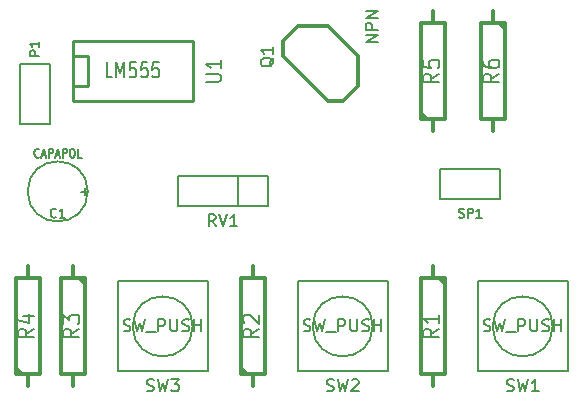
<source format=gto>
G04 (created by PCBNEW (22-Jun-2014 BZR 4027)-stable) date Fri 01 Jan 2016 12:19:58 PM EST*
%MOIN*%
G04 Gerber Fmt 3.4, Leading zero omitted, Abs format*
%FSLAX34Y34*%
G01*
G70*
G90*
G04 APERTURE LIST*
%ADD10C,0.00590551*%
%ADD11C,0.012*%
%ADD12C,0.005*%
%ADD13C,0.006*%
%ADD14C,0.01*%
%ADD15C,0.008*%
%ADD16C,0.0075*%
G04 APERTURE END LIST*
G54D10*
G54D11*
X56000Y-36500D02*
X57500Y-38000D01*
X57500Y-38000D02*
X58000Y-38000D01*
X58000Y-38000D02*
X58500Y-37500D01*
X58500Y-37500D02*
X58500Y-36500D01*
X58500Y-36500D02*
X57500Y-35500D01*
X57500Y-35500D02*
X56500Y-35500D01*
X56500Y-35500D02*
X56000Y-36000D01*
X56000Y-36000D02*
X56000Y-36500D01*
G54D12*
X65000Y-45500D02*
G75*
G03X65000Y-45500I-1000J0D01*
G74*
G01*
X62500Y-44000D02*
X65500Y-44000D01*
X65500Y-44000D02*
X65500Y-47000D01*
X65500Y-47000D02*
X62500Y-47000D01*
X62500Y-44000D02*
X62500Y-47000D01*
X59000Y-45500D02*
G75*
G03X59000Y-45500I-1000J0D01*
G74*
G01*
X59500Y-47000D02*
X56500Y-47000D01*
X56500Y-47000D02*
X56500Y-44000D01*
X56500Y-44000D02*
X59500Y-44000D01*
X59500Y-47000D02*
X59500Y-44000D01*
X53000Y-45500D02*
G75*
G03X53000Y-45500I-1000J0D01*
G74*
G01*
X50500Y-44000D02*
X53500Y-44000D01*
X53500Y-44000D02*
X53500Y-47000D01*
X53500Y-47000D02*
X50500Y-47000D01*
X50500Y-44000D02*
X50500Y-47000D01*
G54D11*
X61000Y-43500D02*
X61000Y-43900D01*
X61000Y-43900D02*
X61400Y-43900D01*
X61400Y-43900D02*
X61400Y-47100D01*
X61400Y-47100D02*
X60600Y-47100D01*
X60600Y-47100D02*
X60600Y-43900D01*
X60600Y-43900D02*
X61000Y-43900D01*
X61200Y-43900D02*
X61400Y-44100D01*
X61000Y-47500D02*
X61000Y-47100D01*
X55000Y-47500D02*
X55000Y-47100D01*
X55000Y-47100D02*
X54600Y-47100D01*
X54600Y-47100D02*
X54600Y-43900D01*
X54600Y-43900D02*
X55400Y-43900D01*
X55400Y-43900D02*
X55400Y-47100D01*
X55400Y-47100D02*
X55000Y-47100D01*
X54800Y-47100D02*
X54600Y-46900D01*
X55000Y-43500D02*
X55000Y-43900D01*
X49000Y-43500D02*
X49000Y-43900D01*
X49000Y-43900D02*
X49400Y-43900D01*
X49400Y-43900D02*
X49400Y-47100D01*
X49400Y-47100D02*
X48600Y-47100D01*
X48600Y-47100D02*
X48600Y-43900D01*
X48600Y-43900D02*
X49000Y-43900D01*
X49200Y-43900D02*
X49400Y-44100D01*
X49000Y-47500D02*
X49000Y-47100D01*
X47500Y-47500D02*
X47500Y-47100D01*
X47500Y-47100D02*
X47100Y-47100D01*
X47100Y-47100D02*
X47100Y-43900D01*
X47100Y-43900D02*
X47900Y-43900D01*
X47900Y-43900D02*
X47900Y-47100D01*
X47900Y-47100D02*
X47500Y-47100D01*
X47300Y-47100D02*
X47100Y-46900D01*
X47500Y-43500D02*
X47500Y-43900D01*
X61000Y-39000D02*
X61000Y-38600D01*
X61000Y-38600D02*
X60600Y-38600D01*
X60600Y-38600D02*
X60600Y-35400D01*
X60600Y-35400D02*
X61400Y-35400D01*
X61400Y-35400D02*
X61400Y-38600D01*
X61400Y-38600D02*
X61000Y-38600D01*
X60800Y-38600D02*
X60600Y-38400D01*
X61000Y-35000D02*
X61000Y-35400D01*
X63000Y-35000D02*
X63000Y-35400D01*
X63000Y-35400D02*
X63400Y-35400D01*
X63400Y-35400D02*
X63400Y-38600D01*
X63400Y-38600D02*
X62600Y-38600D01*
X62600Y-38600D02*
X62600Y-35400D01*
X62600Y-35400D02*
X63000Y-35400D01*
X63200Y-35400D02*
X63400Y-35600D01*
X63000Y-39000D02*
X63000Y-38600D01*
G54D13*
X55500Y-40500D02*
X55500Y-41500D01*
X55500Y-41500D02*
X52500Y-41500D01*
X52500Y-41500D02*
X52500Y-40500D01*
X52500Y-40500D02*
X55500Y-40500D01*
X54500Y-41500D02*
X54500Y-40500D01*
X63250Y-40250D02*
X63250Y-41250D01*
X63250Y-41250D02*
X61250Y-41250D01*
X61250Y-41250D02*
X61250Y-40250D01*
X61250Y-40250D02*
X63250Y-40250D01*
X47250Y-36750D02*
X48250Y-36750D01*
X48250Y-36750D02*
X48250Y-38750D01*
X48250Y-38750D02*
X47250Y-38750D01*
X47250Y-38750D02*
X47250Y-36750D01*
G54D14*
X49000Y-36500D02*
X49500Y-36500D01*
X49500Y-36500D02*
X49500Y-37500D01*
X49500Y-37500D02*
X49000Y-37500D01*
X49000Y-36000D02*
X53000Y-36000D01*
X53000Y-36000D02*
X53000Y-38000D01*
X53000Y-38000D02*
X49000Y-38000D01*
X49000Y-38000D02*
X49000Y-36000D01*
G54D12*
X49501Y-41000D02*
G75*
G03X49501Y-41000I-1001J0D01*
G74*
G01*
G54D15*
X55700Y-36538D02*
X55680Y-36576D01*
X55642Y-36614D01*
X55585Y-36671D01*
X55566Y-36709D01*
X55566Y-36747D01*
X55661Y-36728D02*
X55642Y-36766D01*
X55604Y-36804D01*
X55528Y-36823D01*
X55395Y-36823D01*
X55319Y-36804D01*
X55280Y-36766D01*
X55261Y-36728D01*
X55261Y-36652D01*
X55280Y-36614D01*
X55319Y-36576D01*
X55395Y-36557D01*
X55528Y-36557D01*
X55604Y-36576D01*
X55642Y-36614D01*
X55661Y-36652D01*
X55661Y-36728D01*
X55661Y-36176D02*
X55661Y-36404D01*
X55661Y-36290D02*
X55261Y-36290D01*
X55319Y-36328D01*
X55357Y-36366D01*
X55376Y-36404D01*
X59161Y-36023D02*
X58761Y-36023D01*
X59161Y-35795D01*
X58761Y-35795D01*
X59161Y-35604D02*
X58761Y-35604D01*
X58761Y-35452D01*
X58780Y-35414D01*
X58800Y-35395D01*
X58838Y-35376D01*
X58895Y-35376D01*
X58933Y-35395D01*
X58952Y-35414D01*
X58971Y-35452D01*
X58971Y-35604D01*
X59161Y-35204D02*
X58761Y-35204D01*
X59161Y-34976D01*
X58761Y-34976D01*
X63466Y-47642D02*
X63523Y-47661D01*
X63619Y-47661D01*
X63657Y-47642D01*
X63676Y-47623D01*
X63695Y-47585D01*
X63695Y-47547D01*
X63676Y-47509D01*
X63657Y-47490D01*
X63619Y-47471D01*
X63542Y-47452D01*
X63504Y-47433D01*
X63485Y-47414D01*
X63466Y-47376D01*
X63466Y-47338D01*
X63485Y-47300D01*
X63504Y-47280D01*
X63542Y-47261D01*
X63638Y-47261D01*
X63695Y-47280D01*
X63828Y-47261D02*
X63923Y-47661D01*
X64000Y-47376D01*
X64076Y-47661D01*
X64171Y-47261D01*
X64533Y-47661D02*
X64304Y-47661D01*
X64419Y-47661D02*
X64419Y-47261D01*
X64380Y-47319D01*
X64342Y-47357D01*
X64304Y-47376D01*
X62695Y-45642D02*
X62752Y-45661D01*
X62847Y-45661D01*
X62885Y-45642D01*
X62904Y-45623D01*
X62923Y-45585D01*
X62923Y-45547D01*
X62904Y-45509D01*
X62885Y-45490D01*
X62847Y-45471D01*
X62771Y-45452D01*
X62733Y-45433D01*
X62714Y-45414D01*
X62695Y-45376D01*
X62695Y-45338D01*
X62714Y-45300D01*
X62733Y-45280D01*
X62771Y-45261D01*
X62866Y-45261D01*
X62923Y-45280D01*
X63057Y-45261D02*
X63152Y-45661D01*
X63228Y-45376D01*
X63304Y-45661D01*
X63400Y-45261D01*
X63457Y-45700D02*
X63761Y-45700D01*
X63857Y-45661D02*
X63857Y-45261D01*
X64009Y-45261D01*
X64047Y-45280D01*
X64066Y-45300D01*
X64085Y-45338D01*
X64085Y-45395D01*
X64066Y-45433D01*
X64047Y-45452D01*
X64009Y-45471D01*
X63857Y-45471D01*
X64257Y-45261D02*
X64257Y-45585D01*
X64276Y-45623D01*
X64295Y-45642D01*
X64333Y-45661D01*
X64409Y-45661D01*
X64447Y-45642D01*
X64466Y-45623D01*
X64485Y-45585D01*
X64485Y-45261D01*
X64657Y-45642D02*
X64714Y-45661D01*
X64809Y-45661D01*
X64847Y-45642D01*
X64866Y-45623D01*
X64885Y-45585D01*
X64885Y-45547D01*
X64866Y-45509D01*
X64847Y-45490D01*
X64809Y-45471D01*
X64733Y-45452D01*
X64695Y-45433D01*
X64676Y-45414D01*
X64657Y-45376D01*
X64657Y-45338D01*
X64676Y-45300D01*
X64695Y-45280D01*
X64733Y-45261D01*
X64828Y-45261D01*
X64885Y-45280D01*
X65057Y-45661D02*
X65057Y-45261D01*
X65057Y-45452D02*
X65285Y-45452D01*
X65285Y-45661D02*
X65285Y-45261D01*
X57466Y-47642D02*
X57523Y-47661D01*
X57619Y-47661D01*
X57657Y-47642D01*
X57676Y-47623D01*
X57695Y-47585D01*
X57695Y-47547D01*
X57676Y-47509D01*
X57657Y-47490D01*
X57619Y-47471D01*
X57542Y-47452D01*
X57504Y-47433D01*
X57485Y-47414D01*
X57466Y-47376D01*
X57466Y-47338D01*
X57485Y-47300D01*
X57504Y-47280D01*
X57542Y-47261D01*
X57638Y-47261D01*
X57695Y-47280D01*
X57828Y-47261D02*
X57923Y-47661D01*
X58000Y-47376D01*
X58076Y-47661D01*
X58171Y-47261D01*
X58304Y-47300D02*
X58323Y-47280D01*
X58361Y-47261D01*
X58457Y-47261D01*
X58495Y-47280D01*
X58514Y-47300D01*
X58533Y-47338D01*
X58533Y-47376D01*
X58514Y-47433D01*
X58285Y-47661D01*
X58533Y-47661D01*
X56695Y-45642D02*
X56752Y-45661D01*
X56847Y-45661D01*
X56885Y-45642D01*
X56904Y-45623D01*
X56923Y-45585D01*
X56923Y-45547D01*
X56904Y-45509D01*
X56885Y-45490D01*
X56847Y-45471D01*
X56771Y-45452D01*
X56733Y-45433D01*
X56714Y-45414D01*
X56695Y-45376D01*
X56695Y-45338D01*
X56714Y-45300D01*
X56733Y-45280D01*
X56771Y-45261D01*
X56866Y-45261D01*
X56923Y-45280D01*
X57057Y-45261D02*
X57152Y-45661D01*
X57228Y-45376D01*
X57304Y-45661D01*
X57400Y-45261D01*
X57457Y-45700D02*
X57761Y-45700D01*
X57857Y-45661D02*
X57857Y-45261D01*
X58009Y-45261D01*
X58047Y-45280D01*
X58066Y-45300D01*
X58085Y-45338D01*
X58085Y-45395D01*
X58066Y-45433D01*
X58047Y-45452D01*
X58009Y-45471D01*
X57857Y-45471D01*
X58257Y-45261D02*
X58257Y-45585D01*
X58276Y-45623D01*
X58295Y-45642D01*
X58333Y-45661D01*
X58409Y-45661D01*
X58447Y-45642D01*
X58466Y-45623D01*
X58485Y-45585D01*
X58485Y-45261D01*
X58657Y-45642D02*
X58714Y-45661D01*
X58809Y-45661D01*
X58847Y-45642D01*
X58866Y-45623D01*
X58885Y-45585D01*
X58885Y-45547D01*
X58866Y-45509D01*
X58847Y-45490D01*
X58809Y-45471D01*
X58733Y-45452D01*
X58695Y-45433D01*
X58676Y-45414D01*
X58657Y-45376D01*
X58657Y-45338D01*
X58676Y-45300D01*
X58695Y-45280D01*
X58733Y-45261D01*
X58828Y-45261D01*
X58885Y-45280D01*
X59057Y-45661D02*
X59057Y-45261D01*
X59057Y-45452D02*
X59285Y-45452D01*
X59285Y-45661D02*
X59285Y-45261D01*
X51466Y-47642D02*
X51523Y-47661D01*
X51619Y-47661D01*
X51657Y-47642D01*
X51676Y-47623D01*
X51695Y-47585D01*
X51695Y-47547D01*
X51676Y-47509D01*
X51657Y-47490D01*
X51619Y-47471D01*
X51542Y-47452D01*
X51504Y-47433D01*
X51485Y-47414D01*
X51466Y-47376D01*
X51466Y-47338D01*
X51485Y-47300D01*
X51504Y-47280D01*
X51542Y-47261D01*
X51638Y-47261D01*
X51695Y-47280D01*
X51828Y-47261D02*
X51923Y-47661D01*
X52000Y-47376D01*
X52076Y-47661D01*
X52171Y-47261D01*
X52285Y-47261D02*
X52533Y-47261D01*
X52400Y-47414D01*
X52457Y-47414D01*
X52495Y-47433D01*
X52514Y-47452D01*
X52533Y-47490D01*
X52533Y-47585D01*
X52514Y-47623D01*
X52495Y-47642D01*
X52457Y-47661D01*
X52342Y-47661D01*
X52304Y-47642D01*
X52285Y-47623D01*
X50695Y-45642D02*
X50752Y-45661D01*
X50847Y-45661D01*
X50885Y-45642D01*
X50904Y-45623D01*
X50923Y-45585D01*
X50923Y-45547D01*
X50904Y-45509D01*
X50885Y-45490D01*
X50847Y-45471D01*
X50771Y-45452D01*
X50733Y-45433D01*
X50714Y-45414D01*
X50695Y-45376D01*
X50695Y-45338D01*
X50714Y-45300D01*
X50733Y-45280D01*
X50771Y-45261D01*
X50866Y-45261D01*
X50923Y-45280D01*
X51057Y-45261D02*
X51152Y-45661D01*
X51228Y-45376D01*
X51304Y-45661D01*
X51400Y-45261D01*
X51457Y-45700D02*
X51761Y-45700D01*
X51857Y-45661D02*
X51857Y-45261D01*
X52009Y-45261D01*
X52047Y-45280D01*
X52066Y-45300D01*
X52085Y-45338D01*
X52085Y-45395D01*
X52066Y-45433D01*
X52047Y-45452D01*
X52009Y-45471D01*
X51857Y-45471D01*
X52257Y-45261D02*
X52257Y-45585D01*
X52276Y-45623D01*
X52295Y-45642D01*
X52333Y-45661D01*
X52409Y-45661D01*
X52447Y-45642D01*
X52466Y-45623D01*
X52485Y-45585D01*
X52485Y-45261D01*
X52657Y-45642D02*
X52714Y-45661D01*
X52809Y-45661D01*
X52847Y-45642D01*
X52866Y-45623D01*
X52885Y-45585D01*
X52885Y-45547D01*
X52866Y-45509D01*
X52847Y-45490D01*
X52809Y-45471D01*
X52733Y-45452D01*
X52695Y-45433D01*
X52676Y-45414D01*
X52657Y-45376D01*
X52657Y-45338D01*
X52676Y-45300D01*
X52695Y-45280D01*
X52733Y-45261D01*
X52828Y-45261D01*
X52885Y-45280D01*
X53057Y-45661D02*
X53057Y-45261D01*
X53057Y-45452D02*
X53285Y-45452D01*
X53285Y-45661D02*
X53285Y-45261D01*
X61222Y-45583D02*
X60960Y-45750D01*
X61222Y-45869D02*
X60672Y-45869D01*
X60672Y-45678D01*
X60698Y-45630D01*
X60725Y-45607D01*
X60777Y-45583D01*
X60855Y-45583D01*
X60908Y-45607D01*
X60934Y-45630D01*
X60960Y-45678D01*
X60960Y-45869D01*
X61222Y-45107D02*
X61222Y-45392D01*
X61222Y-45250D02*
X60672Y-45250D01*
X60751Y-45297D01*
X60803Y-45345D01*
X60829Y-45392D01*
X55222Y-45583D02*
X54960Y-45750D01*
X55222Y-45869D02*
X54672Y-45869D01*
X54672Y-45678D01*
X54698Y-45630D01*
X54725Y-45607D01*
X54777Y-45583D01*
X54855Y-45583D01*
X54908Y-45607D01*
X54934Y-45630D01*
X54960Y-45678D01*
X54960Y-45869D01*
X54725Y-45392D02*
X54698Y-45369D01*
X54672Y-45321D01*
X54672Y-45202D01*
X54698Y-45154D01*
X54725Y-45130D01*
X54777Y-45107D01*
X54829Y-45107D01*
X54908Y-45130D01*
X55222Y-45416D01*
X55222Y-45107D01*
X49222Y-45583D02*
X48960Y-45750D01*
X49222Y-45869D02*
X48672Y-45869D01*
X48672Y-45678D01*
X48698Y-45630D01*
X48725Y-45607D01*
X48777Y-45583D01*
X48855Y-45583D01*
X48908Y-45607D01*
X48934Y-45630D01*
X48960Y-45678D01*
X48960Y-45869D01*
X48672Y-45416D02*
X48672Y-45107D01*
X48882Y-45273D01*
X48882Y-45202D01*
X48908Y-45154D01*
X48934Y-45130D01*
X48986Y-45107D01*
X49117Y-45107D01*
X49170Y-45130D01*
X49196Y-45154D01*
X49222Y-45202D01*
X49222Y-45345D01*
X49196Y-45392D01*
X49170Y-45416D01*
X47722Y-45583D02*
X47460Y-45750D01*
X47722Y-45869D02*
X47172Y-45869D01*
X47172Y-45678D01*
X47198Y-45630D01*
X47225Y-45607D01*
X47277Y-45583D01*
X47355Y-45583D01*
X47408Y-45607D01*
X47434Y-45630D01*
X47460Y-45678D01*
X47460Y-45869D01*
X47355Y-45154D02*
X47722Y-45154D01*
X47146Y-45273D02*
X47539Y-45392D01*
X47539Y-45083D01*
X61222Y-37083D02*
X60960Y-37250D01*
X61222Y-37369D02*
X60672Y-37369D01*
X60672Y-37178D01*
X60698Y-37130D01*
X60725Y-37107D01*
X60777Y-37083D01*
X60855Y-37083D01*
X60908Y-37107D01*
X60934Y-37130D01*
X60960Y-37178D01*
X60960Y-37369D01*
X60672Y-36630D02*
X60672Y-36869D01*
X60934Y-36892D01*
X60908Y-36869D01*
X60882Y-36821D01*
X60882Y-36702D01*
X60908Y-36654D01*
X60934Y-36630D01*
X60986Y-36607D01*
X61117Y-36607D01*
X61170Y-36630D01*
X61196Y-36654D01*
X61222Y-36702D01*
X61222Y-36821D01*
X61196Y-36869D01*
X61170Y-36892D01*
X63222Y-37083D02*
X62960Y-37250D01*
X63222Y-37369D02*
X62672Y-37369D01*
X62672Y-37178D01*
X62698Y-37130D01*
X62725Y-37107D01*
X62777Y-37083D01*
X62855Y-37083D01*
X62908Y-37107D01*
X62934Y-37130D01*
X62960Y-37178D01*
X62960Y-37369D01*
X62672Y-36654D02*
X62672Y-36750D01*
X62698Y-36797D01*
X62725Y-36821D01*
X62803Y-36869D01*
X62908Y-36892D01*
X63117Y-36892D01*
X63170Y-36869D01*
X63196Y-36845D01*
X63222Y-36797D01*
X63222Y-36702D01*
X63196Y-36654D01*
X63170Y-36630D01*
X63117Y-36607D01*
X62986Y-36607D01*
X62934Y-36630D01*
X62908Y-36654D01*
X62882Y-36702D01*
X62882Y-36797D01*
X62908Y-36845D01*
X62934Y-36869D01*
X62986Y-36892D01*
G54D13*
X53761Y-42161D02*
X53628Y-41971D01*
X53533Y-42161D02*
X53533Y-41761D01*
X53685Y-41761D01*
X53723Y-41780D01*
X53742Y-41800D01*
X53761Y-41838D01*
X53761Y-41895D01*
X53742Y-41933D01*
X53723Y-41952D01*
X53685Y-41971D01*
X53533Y-41971D01*
X53876Y-41761D02*
X54009Y-42161D01*
X54142Y-41761D01*
X54485Y-42161D02*
X54257Y-42161D01*
X54371Y-42161D02*
X54371Y-41761D01*
X54333Y-41819D01*
X54295Y-41857D01*
X54257Y-41876D01*
X61871Y-41857D02*
X61914Y-41871D01*
X61985Y-41871D01*
X62014Y-41857D01*
X62028Y-41842D01*
X62042Y-41814D01*
X62042Y-41785D01*
X62028Y-41757D01*
X62014Y-41742D01*
X61985Y-41728D01*
X61928Y-41714D01*
X61900Y-41700D01*
X61885Y-41685D01*
X61871Y-41657D01*
X61871Y-41628D01*
X61885Y-41600D01*
X61900Y-41585D01*
X61928Y-41571D01*
X62000Y-41571D01*
X62042Y-41585D01*
X62171Y-41871D02*
X62171Y-41571D01*
X62285Y-41571D01*
X62314Y-41585D01*
X62328Y-41600D01*
X62342Y-41628D01*
X62342Y-41671D01*
X62328Y-41700D01*
X62314Y-41714D01*
X62285Y-41728D01*
X62171Y-41728D01*
X62628Y-41871D02*
X62457Y-41871D01*
X62542Y-41871D02*
X62542Y-41571D01*
X62514Y-41614D01*
X62485Y-41642D01*
X62457Y-41657D01*
X47871Y-36471D02*
X47571Y-36471D01*
X47571Y-36357D01*
X47585Y-36328D01*
X47600Y-36314D01*
X47628Y-36300D01*
X47671Y-36300D01*
X47700Y-36314D01*
X47714Y-36328D01*
X47728Y-36357D01*
X47728Y-36471D01*
X47871Y-36014D02*
X47871Y-36185D01*
X47871Y-36100D02*
X47571Y-36100D01*
X47614Y-36128D01*
X47642Y-36157D01*
X47657Y-36185D01*
G54D15*
X53452Y-37342D02*
X53857Y-37342D01*
X53904Y-37321D01*
X53928Y-37300D01*
X53952Y-37257D01*
X53952Y-37171D01*
X53928Y-37128D01*
X53904Y-37107D01*
X53857Y-37085D01*
X53452Y-37085D01*
X53952Y-36635D02*
X53952Y-36892D01*
X53952Y-36764D02*
X53452Y-36764D01*
X53523Y-36807D01*
X53571Y-36850D01*
X53595Y-36892D01*
X50323Y-37202D02*
X50133Y-37202D01*
X50133Y-36702D01*
X50457Y-37202D02*
X50457Y-36702D01*
X50590Y-37059D01*
X50723Y-36702D01*
X50723Y-37202D01*
X51104Y-36702D02*
X50914Y-36702D01*
X50895Y-36940D01*
X50914Y-36916D01*
X50952Y-36892D01*
X51047Y-36892D01*
X51085Y-36916D01*
X51104Y-36940D01*
X51123Y-36988D01*
X51123Y-37107D01*
X51104Y-37154D01*
X51085Y-37178D01*
X51047Y-37202D01*
X50952Y-37202D01*
X50914Y-37178D01*
X50895Y-37154D01*
X51485Y-36702D02*
X51295Y-36702D01*
X51276Y-36940D01*
X51295Y-36916D01*
X51333Y-36892D01*
X51428Y-36892D01*
X51466Y-36916D01*
X51485Y-36940D01*
X51504Y-36988D01*
X51504Y-37107D01*
X51485Y-37154D01*
X51466Y-37178D01*
X51428Y-37202D01*
X51333Y-37202D01*
X51295Y-37178D01*
X51276Y-37154D01*
X51866Y-36702D02*
X51676Y-36702D01*
X51657Y-36940D01*
X51676Y-36916D01*
X51714Y-36892D01*
X51809Y-36892D01*
X51847Y-36916D01*
X51866Y-36940D01*
X51885Y-36988D01*
X51885Y-37107D01*
X51866Y-37154D01*
X51847Y-37178D01*
X51809Y-37202D01*
X51714Y-37202D01*
X51676Y-37178D01*
X51657Y-37154D01*
G54D12*
X48450Y-41842D02*
X48435Y-41857D01*
X48392Y-41871D01*
X48364Y-41871D01*
X48321Y-41857D01*
X48292Y-41828D01*
X48278Y-41800D01*
X48264Y-41742D01*
X48264Y-41700D01*
X48278Y-41642D01*
X48292Y-41614D01*
X48321Y-41585D01*
X48364Y-41571D01*
X48392Y-41571D01*
X48435Y-41585D01*
X48450Y-41600D01*
X48735Y-41871D02*
X48564Y-41871D01*
X48650Y-41871D02*
X48650Y-41571D01*
X48621Y-41614D01*
X48592Y-41642D01*
X48564Y-41657D01*
X47880Y-39842D02*
X47869Y-39857D01*
X47833Y-39871D01*
X47809Y-39871D01*
X47773Y-39857D01*
X47750Y-39828D01*
X47738Y-39800D01*
X47726Y-39742D01*
X47726Y-39700D01*
X47738Y-39642D01*
X47750Y-39614D01*
X47773Y-39585D01*
X47809Y-39571D01*
X47833Y-39571D01*
X47869Y-39585D01*
X47880Y-39600D01*
X47976Y-39785D02*
X48095Y-39785D01*
X47952Y-39871D02*
X48035Y-39571D01*
X48119Y-39871D01*
X48202Y-39871D02*
X48202Y-39571D01*
X48297Y-39571D01*
X48321Y-39585D01*
X48333Y-39600D01*
X48345Y-39628D01*
X48345Y-39671D01*
X48333Y-39700D01*
X48321Y-39714D01*
X48297Y-39728D01*
X48202Y-39728D01*
X48440Y-39785D02*
X48559Y-39785D01*
X48416Y-39871D02*
X48500Y-39571D01*
X48583Y-39871D01*
X48666Y-39871D02*
X48666Y-39571D01*
X48761Y-39571D01*
X48785Y-39585D01*
X48797Y-39600D01*
X48809Y-39628D01*
X48809Y-39671D01*
X48797Y-39700D01*
X48785Y-39714D01*
X48761Y-39728D01*
X48666Y-39728D01*
X48964Y-39571D02*
X49011Y-39571D01*
X49035Y-39585D01*
X49059Y-39614D01*
X49071Y-39671D01*
X49071Y-39771D01*
X49059Y-39828D01*
X49035Y-39857D01*
X49011Y-39871D01*
X48964Y-39871D01*
X48940Y-39857D01*
X48916Y-39828D01*
X48904Y-39771D01*
X48904Y-39671D01*
X48916Y-39614D01*
X48940Y-39585D01*
X48964Y-39571D01*
X49297Y-39871D02*
X49178Y-39871D01*
X49178Y-39571D01*
G54D16*
X49285Y-41007D02*
X49514Y-41007D01*
X49400Y-41121D02*
X49400Y-40892D01*
G54D15*
M02*

</source>
